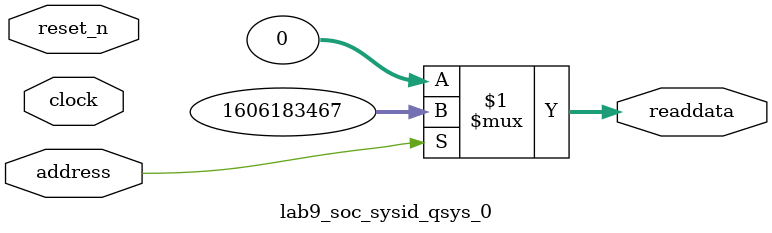
<source format=v>



// synthesis translate_off
`timescale 1ns / 1ps
// synthesis translate_on

// turn off superfluous verilog processor warnings 
// altera message_level Level1 
// altera message_off 10034 10035 10036 10037 10230 10240 10030 

module lab9_soc_sysid_qsys_0 (
               // inputs:
                address,
                clock,
                reset_n,

               // outputs:
                readdata
             )
;

  output  [ 31: 0] readdata;
  input            address;
  input            clock;
  input            reset_n;

  wire    [ 31: 0] readdata;
  //control_slave, which is an e_avalon_slave
  assign readdata = address ? 1606183467 : 0;

endmodule



</source>
